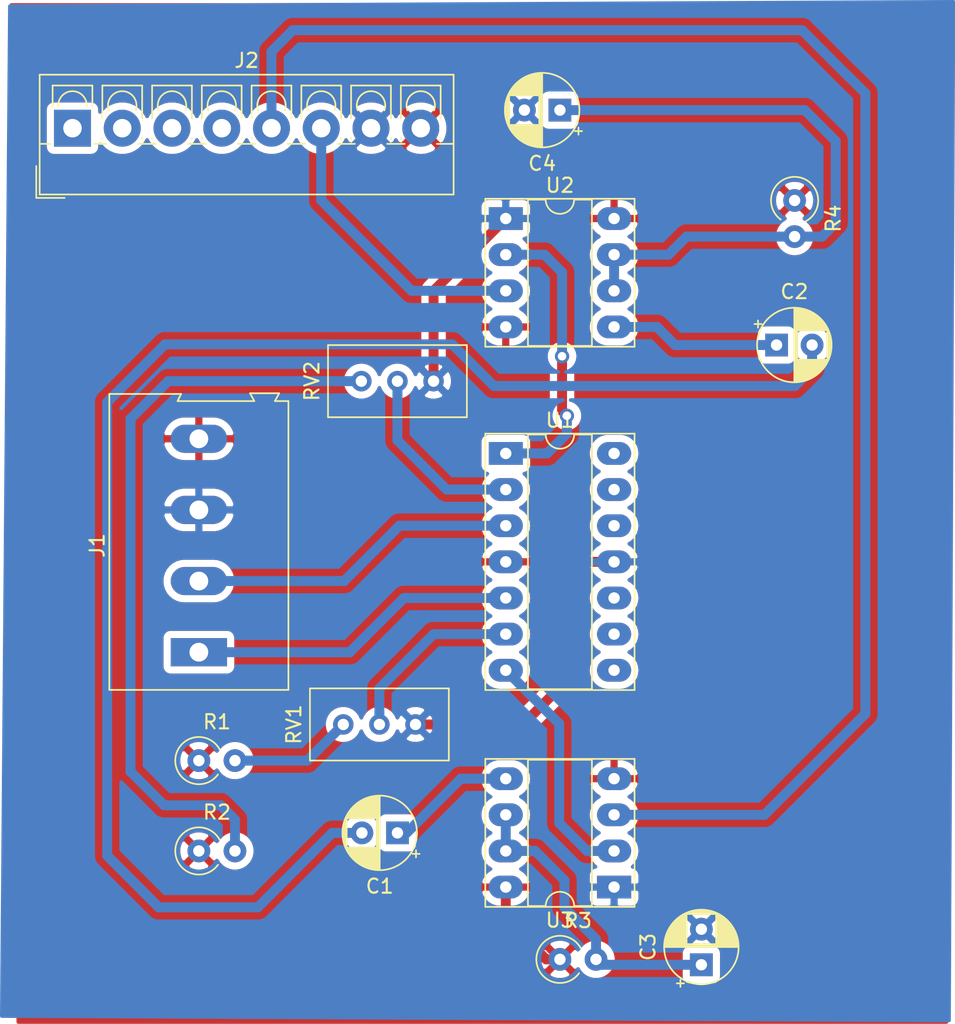
<source format=kicad_pcb>
(kicad_pcb (version 20171130) (host pcbnew "(5.1.6)-1")
  (layers (0 F.Cu signal) (31 B.Cu signal) (34 B.Paste user) (35 F.Paste user) (36 B.SilkS user) (37 F.SilkS user) (38 B.Mask user) (39 F.Mask user) (44 Edge.Cuts user))
  (net 0 "")
  (net 1 Earth)
  (net 2 "Net-(C1-Pad1)")
  (net 3 "Net-(C2-Pad1)")
  (net 4 "Net-(C3-Pad1)")
  (net 5 GND)
  (net 6 "Net-(C4-Pad1)")
  (net 7 IR_GENTS)
  (net 8 IR_LADIES)
  (net 9 VCC)
  (net 10 INT1)
  (net 11 INT0)
  (net 12 CV_LADIES)
  (net 13 CV_GENTS)
  (net 14 GENTS_VOUT)
  (net 15 LADIES_VOUT)
  (net 16 "Net-(R1-Pad2)")
  (net 17 "Net-(R2-Pad2)")
  (module TerminalBlock:TerminalBlock_Altech_AK300-4_P5.00mm (layer F.Cu) (at 92.71 74.93 90)
    (fp_text reference J1 (at 7.5 -7.15 90) (layer F.SilkS))
    (fp_text value Screw_Terminal_01x04)
    (pad 1 thru_hole rect (at 0 0 90) (size 1.98 3.96) (drill 1.32) (layers *.Cu *.Mask) (net 8 IR_LADIES))
    (pad 2 thru_hole oval (at 5 0 90) (size 1.98 3.96) (drill 1.32) (layers *.Cu *.Mask) (net 7 IR_GENTS))
    (pad 4 thru_hole oval (at 15 0 90) (size 1.98 3.96) (drill 1.32) (layers *.Cu *.Mask) (net 9 VCC))
    (pad 3 thru_hole oval (at 10 0 90) (size 1.98 3.96) (drill 1.32) (layers *.Cu *.Mask) (net 5 GND))
  )
  (module Capacitor_THT:CP_Radial_D5.0mm_P2.50mm (layer F.Cu) (at 106.68 87.63 180)
    (fp_text reference C1 (at 1.25 -3.75) (layer F.SilkS))
    (fp_text value C)
    (pad 2 thru_hole circle (at 2.5 0 180) (size 1.6 1.6) (drill 0.8) (layers *.Cu *.Mask) (net 1 Earth))
    (pad 1 thru_hole rect (at 0 0 180) (size 1.6 1.6) (drill 0.8) (layers *.Cu *.Mask) (net 2 "Net-(C1-Pad1)"))
  )
  (module Capacitor_THT:CP_Radial_D5.0mm_P2.50mm (layer F.Cu) (at 133.35 53.34)
    (fp_text reference C2 (at 1.25 -3.75) (layer F.SilkS))
    (fp_text value C)
    (pad 2 thru_hole circle (at 2.5 0) (size 1.6 1.6) (drill 0.8) (layers *.Cu *.Mask) (net 1 Earth))
    (pad 1 thru_hole rect (at 0 0) (size 1.6 1.6) (drill 0.8) (layers *.Cu *.Mask) (net 3 "Net-(C2-Pad1)"))
  )
  (module Capacitor_THT:CP_Radial_D5.0mm_P2.50mm (layer F.Cu) (at 128.06 96.9 90)
    (fp_text reference C3 (at 1.25 -3.75 90) (layer F.SilkS))
    (fp_text value C)
    (pad 1 thru_hole rect (at 0 0 90) (size 1.6 1.6) (drill 0.8) (layers *.Cu *.Mask) (net 4 "Net-(C3-Pad1)"))
    (pad 2 thru_hole circle (at 2.5 0 90) (size 1.6 1.6) (drill 0.8) (layers *.Cu *.Mask) (net 5 GND))
  )
  (module Capacitor_THT:CP_Radial_D5.0mm_P2.50mm (layer F.Cu) (at 118.11 36.83 180)
    (fp_text reference C4 (at 1.25 -3.75) (layer F.SilkS))
    (fp_text value C)
    (pad 1 thru_hole rect (at 0 0 180) (size 1.6 1.6) (drill 0.8) (layers *.Cu *.Mask) (net 6 "Net-(C4-Pad1)"))
    (pad 2 thru_hole circle (at 2.5 0 180) (size 1.6 1.6) (drill 0.8) (layers *.Cu *.Mask) (net 5 GND))
  )
  (module TerminalBlock_4Ucon:TerminalBlock_4Ucon_1x08_P3.50mm_Vertical (layer F.Cu) (at 83.82 38.1)
    (fp_text reference J2 (at 12.25 -4.76) (layer F.SilkS))
    (fp_text value Screw_Terminal_01x08)
    (pad 1 thru_hole rect (at 0 0) (size 2.6 2.6) (drill 1.3) (layers *.Cu *.Mask))
    (pad 2 thru_hole circle (at 3.5 0) (size 2.6 2.6) (drill 1.3) (layers *.Cu *.Mask))
    (pad 3 thru_hole circle (at 7 0) (size 2.6 2.6) (drill 1.3) (layers *.Cu *.Mask))
    (pad 4 thru_hole circle (at 10.5 0) (size 2.6 2.6) (drill 1.3) (layers *.Cu *.Mask))
    (pad 5 thru_hole circle (at 14 0) (size 2.6 2.6) (drill 1.3) (layers *.Cu *.Mask) (net 10 INT1))
    (pad 6 thru_hole circle (at 17.5 0) (size 2.6 2.6) (drill 1.3) (layers *.Cu *.Mask) (net 11 INT0))
    (pad 7 thru_hole circle (at 21 0) (size 2.6 2.6) (drill 1.3) (layers *.Cu *.Mask) (net 5 GND))
    (pad 8 thru_hole circle (at 24.5 0) (size 2.6 2.6) (drill 1.3) (layers *.Cu *.Mask) (net 9 VCC))
  )
  (module Resistor_THT:R_Axial_DIN0309_L9.0mm_D3.2mm_P2.54mm_Vertical (layer F.Cu) (at 92.71 82.55)
    (fp_text reference R1 (at 1.27 -2.72) (layer F.SilkS))
    (fp_text value R)
    (pad 1 thru_hole circle (at 0 0) (size 1.6 1.6) (drill 0.8) (layers *.Cu *.Mask) (net 9 VCC))
    (pad 2 thru_hole oval (at 2.54 0) (size 1.6 1.6) (drill 0.8) (layers *.Cu *.Mask) (net 16 "Net-(R1-Pad2)"))
  )
  (module Resistor_THT:R_Axial_DIN0309_L9.0mm_D3.2mm_P2.54mm_Vertical (layer F.Cu) (at 92.71 88.9)
    (fp_text reference R2 (at 1.27 -2.72) (layer F.SilkS))
    (fp_text value R)
    (pad 1 thru_hole circle (at 0 0) (size 1.6 1.6) (drill 0.8) (layers *.Cu *.Mask) (net 9 VCC))
    (pad 2 thru_hole oval (at 2.54 0) (size 1.6 1.6) (drill 0.8) (layers *.Cu *.Mask) (net 17 "Net-(R2-Pad2)"))
  )
  (module Resistor_THT:R_Axial_DIN0309_L9.0mm_D3.2mm_P2.54mm_Vertical (layer F.Cu) (at 118.11 96.52)
    (fp_text reference R3 (at 1.27 -2.72) (layer F.SilkS))
    (fp_text value R)
    (pad 2 thru_hole oval (at 2.54 0) (size 1.6 1.6) (drill 0.8) (layers *.Cu *.Mask) (net 4 "Net-(C3-Pad1)"))
    (pad 1 thru_hole circle (at 0 0) (size 1.6 1.6) (drill 0.8) (layers *.Cu *.Mask) (net 9 VCC))
  )
  (module Resistor_THT:R_Axial_DIN0309_L9.0mm_D3.2mm_P2.54mm_Vertical (layer F.Cu) (at 134.62 43.18 270)
    (fp_text reference R4 (at 1.27 -2.72 90) (layer F.SilkS))
    (fp_text value R)
    (pad 2 thru_hole oval (at 2.54 0 270) (size 1.6 1.6) (drill 0.8) (layers *.Cu *.Mask) (net 6 "Net-(C4-Pad1)"))
    (pad 1 thru_hole circle (at 0 0 270) (size 1.6 1.6) (drill 0.8) (layers *.Cu *.Mask) (net 9 VCC))
  )
  (module Potentiometer_THT:Potentiometer_Bourns_3386C_Horizontal (layer F.Cu) (at 102.87 80.01 90)
    (fp_text reference RV1 (at 0 -3.475 90) (layer F.SilkS))
    (fp_text value R_POT)
    (pad 1 thru_hole circle (at 0 0 90) (size 1.44 1.44) (drill 0.8) (layers *.Cu *.Mask) (net 16 "Net-(R1-Pad2)"))
    (pad 2 thru_hole circle (at 0 2.54 90) (size 1.44 1.44) (drill 0.8) (layers *.Cu *.Mask) (net 12 CV_LADIES))
    (pad 3 thru_hole circle (at 0 5.08 90) (size 1.44 1.44) (drill 0.8) (layers *.Cu *.Mask) (net 5 GND))
  )
  (module Potentiometer_THT:Potentiometer_Bourns_3386C_Horizontal (layer F.Cu) (at 104.14 55.88 90)
    (fp_text reference RV2 (at 0 -3.475 90) (layer F.SilkS))
    (fp_text value R_POT)
    (pad 3 thru_hole circle (at 0 5.08 90) (size 1.44 1.44) (drill 0.8) (layers *.Cu *.Mask) (net 5 GND))
    (pad 2 thru_hole circle (at 0 2.54 90) (size 1.44 1.44) (drill 0.8) (layers *.Cu *.Mask) (net 13 CV_GENTS))
    (pad 1 thru_hole circle (at 0 0 90) (size 1.44 1.44) (drill 0.8) (layers *.Cu *.Mask) (net 17 "Net-(R2-Pad2)"))
  )
  (module Package_DIP:DIP-14_W7.62mm_Socket_LongPads (layer F.Cu) (at 114.3 60.96)
    (fp_text reference U1 (at 3.81 -2.33) (layer F.SilkS))
    (fp_text value LM324A)
    (pad 1 thru_hole rect (at 0 0) (size 2.4 1.6) (drill 0.8) (layers *.Cu *.Mask) (net 14 GENTS_VOUT))
    (pad 8 thru_hole oval (at 7.62 15.24) (size 2.4 1.6) (drill 0.8) (layers *.Cu *.Mask))
    (pad 2 thru_hole oval (at 0 2.54) (size 2.4 1.6) (drill 0.8) (layers *.Cu *.Mask) (net 13 CV_GENTS))
    (pad 9 thru_hole oval (at 7.62 12.7) (size 2.4 1.6) (drill 0.8) (layers *.Cu *.Mask))
    (pad 3 thru_hole oval (at 0 5.08) (size 2.4 1.6) (drill 0.8) (layers *.Cu *.Mask) (net 7 IR_GENTS))
    (pad 10 thru_hole oval (at 7.62 10.16) (size 2.4 1.6) (drill 0.8) (layers *.Cu *.Mask))
    (pad 4 thru_hole oval (at 0 7.62) (size 2.4 1.6) (drill 0.8) (layers *.Cu *.Mask) (net 9 VCC))
    (pad 11 thru_hole oval (at 7.62 7.62) (size 2.4 1.6) (drill 0.8) (layers *.Cu *.Mask) (net 5 GND))
    (pad 5 thru_hole oval (at 0 10.16) (size 2.4 1.6) (drill 0.8) (layers *.Cu *.Mask) (net 8 IR_LADIES))
    (pad 12 thru_hole oval (at 7.62 5.08) (size 2.4 1.6) (drill 0.8) (layers *.Cu *.Mask))
    (pad 6 thru_hole oval (at 0 12.7) (size 2.4 1.6) (drill 0.8) (layers *.Cu *.Mask) (net 12 CV_LADIES))
    (pad 13 thru_hole oval (at 7.62 2.54) (size 2.4 1.6) (drill 0.8) (layers *.Cu *.Mask))
    (pad 7 thru_hole oval (at 0 15.24) (size 2.4 1.6) (drill 0.8) (layers *.Cu *.Mask) (net 15 LADIES_VOUT))
    (pad 14 thru_hole oval (at 7.62 0) (size 2.4 1.6) (drill 0.8) (layers *.Cu *.Mask))
  )
  (module Package_DIP:DIP-8_W7.62mm_Socket_LongPads (layer F.Cu) (at 114.3 44.45)
    (fp_text reference U2 (at 3.81 -2.33) (layer F.SilkS))
    (fp_text value NE555D)
    (pad 1 thru_hole rect (at 0 0) (size 2.4 1.6) (drill 0.8) (layers *.Cu *.Mask) (net 5 GND))
    (pad 5 thru_hole oval (at 7.62 7.62) (size 2.4 1.6) (drill 0.8) (layers *.Cu *.Mask) (net 3 "Net-(C2-Pad1)"))
    (pad 2 thru_hole oval (at 0 2.54) (size 2.4 1.6) (drill 0.8) (layers *.Cu *.Mask) (net 14 GENTS_VOUT))
    (pad 6 thru_hole oval (at 7.62 5.08) (size 2.4 1.6) (drill 0.8) (layers *.Cu *.Mask) (net 6 "Net-(C4-Pad1)"))
    (pad 3 thru_hole oval (at 0 5.08) (size 2.4 1.6) (drill 0.8) (layers *.Cu *.Mask) (net 11 INT0))
    (pad 7 thru_hole oval (at 7.62 2.54) (size 2.4 1.6) (drill 0.8) (layers *.Cu *.Mask) (net 6 "Net-(C4-Pad1)"))
    (pad 4 thru_hole oval (at 0 7.62) (size 2.4 1.6) (drill 0.8) (layers *.Cu *.Mask) (net 9 VCC))
    (pad 8 thru_hole oval (at 7.62 0) (size 2.4 1.6) (drill 0.8) (layers *.Cu *.Mask) (net 9 VCC))
  )
  (module Package_DIP:DIP-8_W7.62mm_Socket_LongPads (layer F.Cu) (at 121.92 91.44 180)
    (fp_text reference U3 (at 3.81 -2.33) (layer F.SilkS))
    (fp_text value NE555D)
    (pad 8 thru_hole oval (at 7.62 0 180) (size 2.4 1.6) (drill 0.8) (layers *.Cu *.Mask) (net 9 VCC))
    (pad 4 thru_hole oval (at 0 7.62 180) (size 2.4 1.6) (drill 0.8) (layers *.Cu *.Mask) (net 9 VCC))
    (pad 7 thru_hole oval (at 7.62 2.54 180) (size 2.4 1.6) (drill 0.8) (layers *.Cu *.Mask) (net 4 "Net-(C3-Pad1)"))
    (pad 3 thru_hole oval (at 0 5.08 180) (size 2.4 1.6) (drill 0.8) (layers *.Cu *.Mask) (net 10 INT1))
    (pad 6 thru_hole oval (at 7.62 5.08 180) (size 2.4 1.6) (drill 0.8) (layers *.Cu *.Mask) (net 4 "Net-(C3-Pad1)"))
    (pad 2 thru_hole oval (at 0 2.54 180) (size 2.4 1.6) (drill 0.8) (layers *.Cu *.Mask) (net 15 LADIES_VOUT))
    (pad 5 thru_hole oval (at 7.62 7.62 180) (size 2.4 1.6) (drill 0.8) (layers *.Cu *.Mask) (net 2 "Net-(C1-Pad1)"))
    (pad 1 thru_hole rect (at 0 0 180) (size 2.4 1.6) (drill 0.8) (layers *.Cu *.Mask) (net 5 GND))
  )
  (segment (start 104.18 87.63) (end 102.09 87.63) (width 0.7) (layer B.Cu) (net 1))
  (segment (start 102.09 87.63) (end 96.86 92.86) (width 0.7) (layer B.Cu) (net 1))
  (segment (start 96.86 92.86) (end 89.89 92.86) (width 0.7) (layer B.Cu) (net 1))
  (segment (start 89.89 92.86) (end 86.26 89.23) (width 0.7) (layer B.Cu) (net 1))
  (segment (start 86.26 89.23) (end 86.26 57.36) (width 0.7) (layer B.Cu) (net 1))
  (segment (start 86.26 57.36) (end 90.33 53.29) (width 0.7) (layer B.Cu) (net 1))
  (segment (start 90.33 53.29) (end 110.53 53.29) (width 0.7) (layer B.Cu) (net 1))
  (segment (start 110.53 53.29) (end 113.46 56.22) (width 0.7) (layer B.Cu) (net 1))
  (segment (start 113.46 56.22) (end 134.64 56.22) (width 0.7) (layer B.Cu) (net 1))
  (segment (start 135.85 55.01) (end 135.85 53.34) (width 0.7) (layer B.Cu) (net 1))
  (segment (start 134.64 56.22) (end 135.85 55.01) (width 0.7) (layer B.Cu) (net 1))
  (segment (start 106.68 87.63) (end 107.33 87.63) (width 0.7) (layer B.Cu) (net 2))
  (segment (start 111.14 83.82) (end 114.3 83.82) (width 0.7) (layer B.Cu) (net 2))
  (segment (start 107.33 87.63) (end 111.14 83.82) (width 0.7) (layer B.Cu) (net 2))
  (segment (start 121.92 52.07) (end 124.94 52.07) (width 0.7) (layer B.Cu) (net 3))
  (segment (start 126.21 53.34) (end 133.35 53.34) (width 0.7) (layer B.Cu) (net 3))
  (segment (start 124.94 52.07) (end 126.21 53.34) (width 0.7) (layer B.Cu) (net 3))
  (segment (start 121.03 96.9) (end 120.65 96.52) (width 0.7) (layer B.Cu) (net 4))
  (segment (start 128.06 96.9) (end 121.03 96.9) (width 0.7) (layer B.Cu) (net 4))
  (segment (start 114.3 88.9) (end 116.37 88.9) (width 0.7) (layer B.Cu) (net 4))
  (segment (start 116.37 88.9) (end 118.43 90.96) (width 0.7) (layer B.Cu) (net 4))
  (segment (start 118.43 90.96) (end 118.43 92.88) (width 0.7) (layer B.Cu) (net 4))
  (segment (start 120.65 95.1) (end 120.65 96.52) (width 0.7) (layer B.Cu) (net 4))
  (segment (start 118.43 92.88) (end 120.65 95.1) (width 0.7) (layer B.Cu) (net 4))
  (segment (start 114.3 86.36) (end 114.3 88.9) (width 0.7) (layer B.Cu) (net 4))
  (segment (start 109.22 49.53) (end 109.22 55.88) (width 0.7) (layer F.Cu) (net 5))
  (segment (start 114.3 44.45) (end 109.22 49.53) (width 0.7) (layer F.Cu) (net 5))
  (segment (start 107.95 80.01) (end 115.5 80.01) (width 0.7) (layer F.Cu) (net 5))
  (segment (start 115.5 80.01) (end 118.37 77.14) (width 0.7) (layer F.Cu) (net 5))
  (segment (start 118.37 77.14) (end 118.37 69.85) (width 0.7) (layer F.Cu) (net 5))
  (segment (start 119.64 68.58) (end 121.92 68.58) (width 0.7) (layer F.Cu) (net 5))
  (segment (start 118.37 69.85) (end 119.64 68.58) (width 0.7) (layer F.Cu) (net 5))
  (segment (start 121.92 46.99) (end 125.75 46.99) (width 0.7) (layer B.Cu) (net 6))
  (segment (start 127.02 45.72) (end 134.62 45.72) (width 0.7) (layer B.Cu) (net 6))
  (segment (start 125.75 46.99) (end 127.02 45.72) (width 0.7) (layer B.Cu) (net 6))
  (segment (start 121.92 49.53) (end 121.92 46.99) (width 0.7) (layer B.Cu) (net 6))
  (segment (start 134.62 45.72) (end 136.55 45.72) (width 0.7) (layer B.Cu) (net 6))
  (segment (start 136.55 45.72) (end 137.51 44.76) (width 0.7) (layer B.Cu) (net 6))
  (segment (start 137.51 44.76) (end 137.51 39.01) (width 0.7) (layer B.Cu) (net 6))
  (segment (start 135.33 36.83) (end 118.11 36.83) (width 0.7) (layer B.Cu) (net 6))
  (segment (start 137.51 39.01) (end 135.33 36.83) (width 0.7) (layer B.Cu) (net 6))
  (segment (start 92.71 69.93) (end 102.93 69.93) (width 0.7) (layer B.Cu) (net 7))
  (segment (start 106.82 66.04) (end 114.3 66.04) (width 0.7) (layer B.Cu) (net 7))
  (segment (start 102.93 69.93) (end 106.82 66.04) (width 0.7) (layer B.Cu) (net 7))
  (segment (start 92.71 74.93) (end 103.33 74.93) (width 0.7) (layer B.Cu) (net 8))
  (segment (start 107.14 71.12) (end 114.3 71.12) (width 0.7) (layer B.Cu) (net 8))
  (segment (start 103.33 74.93) (end 107.14 71.12) (width 0.7) (layer B.Cu) (net 8))
  (segment (start 114.3 91.44) (end 114.3 93.68) (width 0.7) (layer F.Cu) (net 9))
  (segment (start 117.14 96.52) (end 118.11 96.52) (width 0.7) (layer F.Cu) (net 9))
  (segment (start 114.3 93.68) (end 117.14 96.52) (width 0.7) (layer F.Cu) (net 9))
  (segment (start 97.82 38.1) (end 97.82 32.71) (width 0.7) (layer B.Cu) (net 10))
  (segment (start 97.82 32.71) (end 99.32 31.21) (width 0.7) (layer B.Cu) (net 10))
  (segment (start 99.32 31.21) (end 135.14 31.21) (width 0.7) (layer B.Cu) (net 10))
  (segment (start 138.41001 34.48001) (end 138.43001 34.48001) (width 0.7) (layer B.Cu) (net 10))
  (segment (start 135.14 31.21) (end 138.41001 34.48001) (width 0.7) (layer B.Cu) (net 10))
  (segment (start 138.43001 34.48001) (end 139.6 35.65) (width 0.7) (layer B.Cu) (net 10))
  (segment (start 139.6 35.65) (end 139.6 79.26) (width 0.7) (layer B.Cu) (net 10))
  (segment (start 132.5 86.36) (end 121.92 86.36) (width 0.7) (layer B.Cu) (net 10))
  (segment (start 139.6 79.26) (end 132.5 86.36) (width 0.7) (layer B.Cu) (net 10))
  (segment (start 101.32 38.1) (end 101.32 43.17) (width 0.7) (layer B.Cu) (net 11))
  (segment (start 107.68 49.53) (end 114.3 49.53) (width 0.7) (layer B.Cu) (net 11))
  (segment (start 101.32 43.17) (end 107.68 49.53) (width 0.7) (layer B.Cu) (net 11))
  (segment (start 105.41 80.01) (end 105.41 77.47) (width 0.7) (layer B.Cu) (net 12))
  (segment (start 109.22 73.66) (end 114.3 73.66) (width 0.7) (layer B.Cu) (net 12))
  (segment (start 105.41 77.47) (end 109.22 73.66) (width 0.7) (layer B.Cu) (net 12))
  (segment (start 106.68 55.88) (end 106.68 60.04) (width 0.7) (layer B.Cu) (net 13))
  (segment (start 110.14 63.5) (end 114.3 63.5) (width 0.7) (layer B.Cu) (net 13))
  (segment (start 106.68 60.04) (end 110.14 63.5) (width 0.7) (layer B.Cu) (net 13))
  (segment (start 114.3 60.96) (end 117.21 60.96) (width 0.7) (layer B.Cu) (net 14))
  (segment (start 117.21 60.96) (end 118.6 59.57) (width 0.7) (layer B.Cu) (net 14))
  (segment (start 118.6 59.57) (end 118.6 58.31) (width 0.7) (layer B.Cu) (net 14))
  (segment (start 114.3 46.99) (end 117.02 46.99) (width 0.7) (layer B.Cu) (net 14))
  (segment (start 117.02 46.99) (end 118.26 48.23) (width 0.7) (layer B.Cu) (net 14))
  (segment (start 118.26 48.23) (end 118.26 54.13) (width 0.7) (layer B.Cu) (net 14))
  (segment (start 118.26 54.13) (end 118.26 54.13) (width 0.7) (layer B.Cu) (net 14))
  (via (at 118.26 54.13) (size 1) (drill 0.6) (layers F.Cu B.Cu) (net 14))
  (segment (start 118.6 58.31) (end 118.6 58.31) (width 0.7) (layer B.Cu) (net 14))
  (via (at 118.6 58.31) (size 1) (drill 0.6) (layers F.Cu B.Cu) (net 14))
  (segment (start 118.26 57.97) (end 118.6 58.31) (width 0.7) (layer F.Cu) (net 14))
  (segment (start 118.26 54.13) (end 118.26 57.97) (width 0.7) (layer F.Cu) (net 14))
  (segment (start 121.92 88.9) (end 120.02 88.9) (width 0.7) (layer B.Cu) (net 15))
  (segment (start 120.02 88.9) (end 118.06 86.94) (width 0.7) (layer B.Cu) (net 15))
  (segment (start 118.06 79.96) (end 114.3 76.2) (width 0.7) (layer B.Cu) (net 15))
  (segment (start 118.06 86.94) (end 118.06 79.96) (width 0.7) (layer B.Cu) (net 15))
  (segment (start 100.33 82.55) (end 102.87 80.01) (width 0.7) (layer B.Cu) (net 16))
  (segment (start 95.25 82.55) (end 100.33 82.55) (width 0.7) (layer B.Cu) (net 16))
  (segment (start 104.14 55.88) (end 90.55 55.88) (width 0.7) (layer B.Cu) (net 17))
  (segment (start 90.55 55.88) (end 87.9 58.53) (width 0.7) (layer B.Cu) (net 17))
  (segment (start 87.9 58.53) (end 87.9 83.32) (width 0.7) (layer B.Cu) (net 17))
  (segment (start 87.9 83.32) (end 90.27 85.69) (width 0.7) (layer B.Cu) (net 17))
  (segment (start 90.27 85.69) (end 94.24 85.69) (width 0.7) (layer B.Cu) (net 17))
  (segment (start 95.25 86.7) (end 95.25 88.9) (width 0.7) (layer B.Cu) (net 17))
  (segment (start 94.24 85.69) (end 95.25 86.7) (width 0.7) (layer B.Cu) (net 17))
  (zone (net 9) (net_name VCC) (layer F.Cu) (connect_pads (clearance 0.508)) (min_thickness 0.254) (fill yes (arc_segments 32) (thermal_gap 0.508) (thermal_bridge_width 0.508))
    (polygon (pts (xy 145.43 101.05) (xy 79.88 101.05) (xy 79.62 30.34) (xy 79.36 29.31) (xy 145.68 29.31)))
  )
  (zone (net 5) (net_name GND) (layer B.Cu) (connect_pads (clearance 0.508)) (min_thickness 0.254) (fill yes (arc_segments 32) (thermal_gap 0.508) (thermal_bridge_width 0.508))
    (polygon (pts (xy 145.61 100.94) (xy 78.72 100.63) (xy 79.288834 29.395964) (xy 145.92 29.09)))
    (polygon (pts (xy 79.288834 29.395964) (xy 78.41 29.4) (xy 79.29 29.25)))
  )
)
</source>
